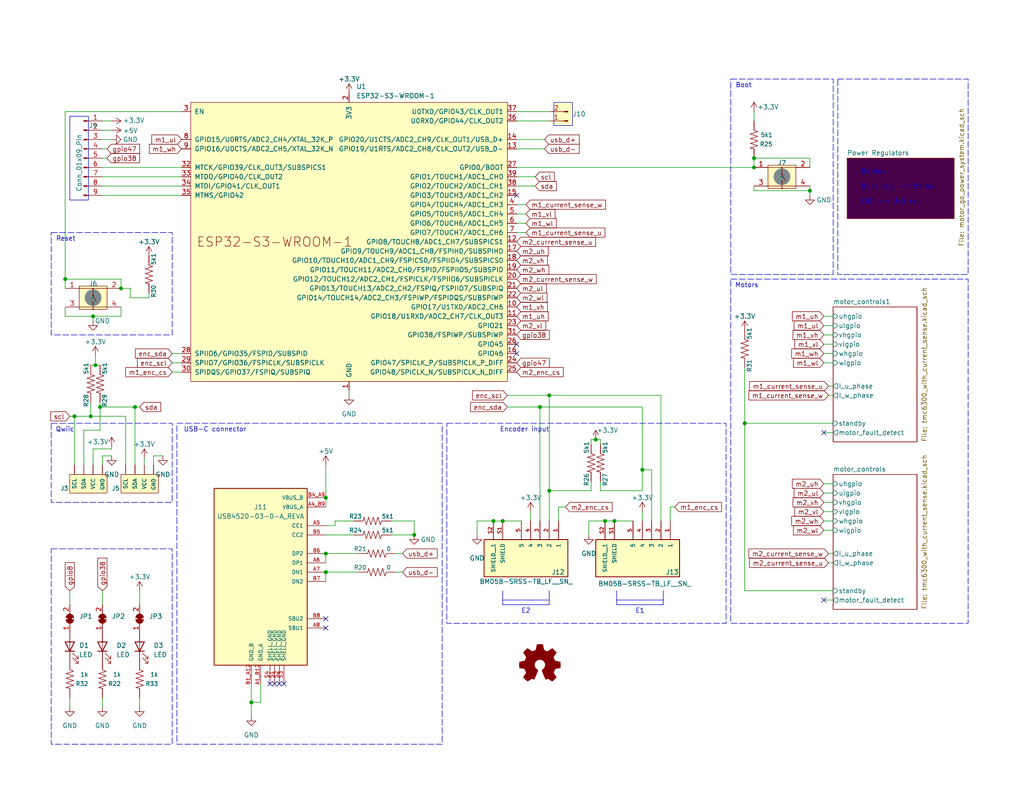
<source format=kicad_sch>
(kicad_sch (version 20230121) (generator eeschema)
  (paper "USLetter")
  (title_block (title "miniMotorGo") (date "2023-05-01") (rev "1.1") (company "12 Robot Project"))
  (lib_symbols
    (symbol "BM05B-SRSS-TB_LF__SN_:BM05B-SRSS-TB_LF__SN_" (pin_names (offset 1.016))
      (property "Reference" "J" (at -5.08 10.922 0))
      (property "Value" "BM05B-SRSS-TB_LF__SN_" (at -5.08 -15.24 0))
      (symbol "BM05B-SRSS-TB_LF__SN__0_0"
        (pin passive line (at -10.16 7.62 0) (length 5.08) (name "1") (number "1"))
        (pin passive line (at -10.16 5.08 0) (length 5.08) (name "2") (number "2"))
        (pin passive line (at -10.16 2.54 0) (length 5.08) (name "3") (number "3"))
        (pin passive line (at -10.16 0 0) (length 5.08) (name "4") (number "4"))
        (pin passive line (at -10.16 -2.54 0) (length 5.08) (name "5") (number "5"))
        (pin passive line (at -10.16 -7.62 0) (length 5.08) (name "SHIELD") (number "S1"))
        (pin passive line (at -10.16 -10.16 0) (length 5.08) (name "SHIELD__1") (number "S2"))
      )
    )
    (symbol "Connector:Conn_01x02_Pin" (pin_names (offset 1.016) hide)
      (property "Reference" "J" (at 0 2.54 0))
      (property "Value" "Conn_01x02_Pin" (at 0 -5.08 0))
      (symbol "Conn_01x02_Pin_1_1"
        (pin passive line (at 5.08 0 180) (length 3.81) (name "Pin_1") (number "1"))
        (pin passive line (at 5.08 -2.54 180) (length 3.81) (name "Pin_2") (number "2"))
      )
    )
    (symbol "Connector:Conn_01x09_Pin" (pin_names (offset 1.016) hide)
      (property "Reference" "J" (at 0 12.7 0))
      (property "Value" "Conn_01x09_Pin" (at 0 -12.7 0))
      (symbol "Conn_01x09_Pin_1_1"
        (pin passive line (at 5.08 10.16 180) (length 3.81) (name "Pin_1") (number "1"))
        (pin passive line (at 5.08 7.62 180) (length 3.81) (name "Pin_2") (number "2"))
        (pin passive line (at 5.08 5.08 180) (length 3.81) (name "Pin_3") (number "3"))
        (pin passive line (at 5.08 2.54 180) (length 3.81) (name "Pin_4") (number "4"))
        (pin passive line (at 5.08 0 180) (length 3.81) (name "Pin_5") (number "5"))
        (pin passive line (at 5.08 -2.54 180) (length 3.81) (name "Pin_6") (number "6"))
        (pin passive line (at 5.08 -5.08 180) (length 3.81) (name "Pin_7") (number "7"))
        (pin passive line (at 5.08 -7.62 180) (length 3.81) (name "Pin_8") (number "8"))
        (pin passive line (at 5.08 -10.16 180) (length 3.81) (name "Pin_9") (number "9"))
      )
    )
    (symbol "Device:LED" (pin_numbers hide) (pin_names (offset 1.016) hide)
      (property "Reference" "D" (at 0 2.54 0))
      (property "Value" "LED" (at 0 -2.54 0))
      (symbol "LED_1_1"
        (pin passive line (at -3.81 0 0) (length 2.54) (name "K") (number "1"))
        (pin passive line (at 3.81 0 180) (length 2.54) (name "A") (number "2"))
      )
    )
    (symbol "Graphic:Logo_Open_Hardware_Small" (in_bom no) (on_board no))
    (symbol "Jumper:SolderJumper_2_Bridged" (pin_names (offset 0) hide)
      (property "Reference" "JP" (at 0 2.032 0))
      (property "Value" "SolderJumper_2_Bridged" (at 0 -2.54 0))
      (symbol "SolderJumper_2_Bridged_1_1"
        (pin passive line (at -3.81 0 0) (length 2.54) (name "A") (number "1"))
        (pin passive line (at 3.81 0 180) (length 2.54) (name "B") (number "2"))
      )
    )
    (symbol "USB4520-03-0-A_REVA:USB4520-03-0-A_REVA" (pin_names (offset 1.016))
      (property "Reference" "J11" (at 0 19.05 0))
      (property "Value" "USB4520-03-0-A_REVA" (at 0 16.51 0))
      (symbol "USB4520-03-0-A_REVA_0_0"
        (pin power_in line (at 0 -29.21 90) (length 5.08) (name "GND_A") (number "A1_B12"))
        (pin power_in line (at 17.78 19.05 180) (length 5.08) (name "VBUS_A") (number "A4_B9"))
        (pin bidirectional line (at 17.78 13.97 180) (length 5.08) (name "CC1") (number "A5"))
        (pin bidirectional line (at 17.78 3.81 180) (length 5.08) (name "DP1") (number "A6"))
        (pin bidirectional line (at 17.78 1.27 180) (length 5.08) (name "DN1") (number "A7"))
        (pin bidirectional line (at 17.78 -13.97 180) (length 5.08) (name "SBU1") (number "A8"))
        (pin power_in line (at -2.54 -29.21 90) (length 5.08) (name "GND_B") (number "B1_A12"))
        (pin power_in line (at 17.78 21.59 180) (length 5.08) (name "VBUS_B") (number "B4_A9"))
        (pin bidirectional line (at 17.78 11.43 180) (length 5.08) (name "CC2") (number "B5"))
        (pin bidirectional line (at 17.78 6.35 180) (length 5.08) (name "DP2") (number "B6"))
        (pin bidirectional line (at 17.78 -1.27 180) (length 5.08) (name "DN2") (number "B7"))
        (pin bidirectional line (at 17.78 -11.43 180) (length 5.08) (name "SBU2") (number "B8"))
        (pin power_in line (at 3.81 -29.21 90) (length 5.08) (name "SHELL_GND") (number "S1"))
        (pin power_in line (at 5.08 -29.21 90) (length 5.08) (name "SHELL_GND") (number "S2"))
        (pin power_in line (at 6.35 -29.21 90) (length 5.08) (name "SHELL_GND") (number "S3"))
        (pin power_in line (at 2.54 -29.21 90) (length 5.08) (name "SHELL_GND") (number "S4"))
      )
    )
    (symbol "espressif_github:ESP32-S3-WROOM-1" (pin_names (offset 1.016))
      (property "Reference" "U" (at -43.18 43.18 0))
      (property "Value" "ESP32-S3-WROOM-1" (at -43.18 40.64 0))
      (symbol "ESP32-S3-WROOM-1_0_0"
        (text "ESP32-S3-WROOM-1" (at -20.32 0 0) (effects (font (size 2.54 2.54))))
        (pin power_in line (at 0 -40.64 90) (length 2.54) (name "GND") (number "1"))
        (pin bidirectional line (at 45.72 -17.78 180) (length 2.54) (name "GPIO17/U1TXD/ADC2_CH6") (number "10"))
        (pin bidirectional line (at 45.72 -20.32 180) (length 2.54) (name "GPIO18/U1RXD/ADC2_CH7/CLK_OUT3") (number "11"))
        (pin bidirectional line (at 45.72 0 180) (length 2.54) (name "GPIO8/TOUCH8/ADC1_CH7/SUBSPICS1") (number "12"))
        (pin bidirectional line (at 45.72 25.4 180) (length 2.54) (name "GPIO19/U1RTS/ADC2_CH8/CLK_OUT2/USB_D-") (number "13"))
        (pin bidirectional line (at 45.72 27.94 180) (length 2.54) (name "GPIO20/U1CTS/ADC2_CH9/CLK_OUT1/USB_D+") (number "14"))
        (pin bidirectional line (at 45.72 12.7 180) (length 2.54) (name "GPIO3/TOUCH3/ADC1_CH2") (number "15"))
        (pin bidirectional line (at 45.72 -30.48 180) (length 2.54) (name "GPIO46") (number "16"))
        (pin bidirectional line (at 45.72 -2.54 180) (length 2.54) (name "GPIO9/TOUCH9/ADC1_CH8/FSPIHD/SUBSPIHD") (number "17"))
        (pin bidirectional line (at 45.72 -5.08 180) (length 2.54) (name "GPIO10/TOUCH10/ADC1_CH9/FSPICS0/FSPIIO4/SUBSPICS0") (number "18"))
        (pin bidirectional line (at 45.72 -7.62 180) (length 2.54) (name "GPIO11/TOUCH11/ADC2_CH0/FSPID/FSPIIO5/SUBSPID") (number "19"))
        (pin power_in line (at 0 40.64 270) (length 2.54) (name "3V3") (number "2"))
        (pin bidirectional line (at 45.72 -10.16 180) (length 2.54) (name "GPIO12/TOUCH12/ADC2_CH1/FSPICLK/FSPIIO6/SUBSPICLK") (number "20"))
        (pin bidirectional line (at 45.72 -12.7 180) (length 2.54) (name "GPIO13/TOUCH13/ADC2_CH2/FSPIQ/FSPIIO7/SUBSPIQ") (number "21"))
        (pin bidirectional line (at 45.72 -15.24 180) (length 2.54) (name "GPIO14/TOUCH14/ADC2_CH3/FSPIWP/FSPIDQS/SUBSPIWP") (number "22"))
        (pin bidirectional line (at 45.72 -22.86 180) (length 2.54) (name "GPIO21") (number "23"))
        (pin bidirectional line (at 45.72 -33.02 180) (length 2.54) (name "GPIO47/SPICLK_P/SUBSPICLK_P_DIFF") (number "24"))
        (pin bidirectional line (at 45.72 -35.56 180) (length 2.54) (name "GPIO48/SPICLK_N/SUBSPICLK_N_DIFF") (number "25"))
        (pin bidirectional line (at 45.72 -27.94 180) (length 2.54) (name "GPIO45") (number "26"))
        (pin bidirectional line (at 45.72 20.32 180) (length 2.54) (name "GPIO0/BOOT") (number "27"))
        (pin bidirectional line (at -45.72 -30.48 0) (length 2.54) (name "SPIIO6/GPIO35/FSPID/SUBSPID") (number "28"))
        (pin bidirectional line (at -45.72 -33.02 0) (length 2.54) (name "SPIIO7/GPIO36/FSPICLK/SUBSPICLK") (number "29"))
        (pin input line (at -45.72 35.56 0) (length 2.54) (name "EN") (number "3"))
        (pin bidirectional line (at -45.72 -35.56 0) (length 2.54) (name "SPIDQS/GPIO37/FSPIQ/SUBSPIQ") (number "30"))
        (pin bidirectional line (at 45.72 -25.4 180) (length 2.54) (name "GPIO38/FSPIWP/SUBSPIWP") (number "31"))
        (pin bidirectional line (at -45.72 20.32 0) (length 2.54) (name "MTCK/GPIO39/CLK_OUT3/SUBSPICS1") (number "32"))
        (pin bidirectional line (at -45.72 17.78 0) (length 2.54) (name "MTDO/GPIO40/CLK_OUT2") (number "33"))
        (pin bidirectional line (at -45.72 15.24 0) (length 2.54) (name "MTDI/GPIO41/CLK_OUT1") (number "34"))
        (pin bidirectional line (at -45.72 12.7 0) (length 2.54) (name "MTMS/GPIO42") (number "35"))
        (pin bidirectional line (at 45.72 33.02 180) (length 2.54) (name "U0RXD/GPIO44/CLK_OUT2") (number "36"))
        (pin bidirectional line (at 45.72 35.56 180) (length 2.54) (name "U0TXD/GPIO43/CLK_OUT1") (number "37"))
        (pin bidirectional line (at 45.72 15.24 180) (length 2.54) (name "GPIO2/TOUCH2/ADC1_CH1") (number "38"))
        (pin bidirectional line (at 45.72 17.78 180) (length 2.54) (name "GPIO1/TOUCH1/ADC1_CH0") (number "39"))
        (pin bidirectional line (at 45.72 10.16 180) (length 2.54) (name "GPIO4/TOUCH4/ADC1_CH3") (number "4"))
        (pin passive line (at 0 -40.64 90) (length 2.54) hide (name "GND") (number "40"))
        (pin passive line (at 0 -40.64 90) (length 2.54) hide (name "GND") (number "41"))
        (pin bidirectional line (at 45.72 7.62 180) (length 2.54) (name "GPIO5/TOUCH5/ADC1_CH4") (number "5"))
        (pin bidirectional line (at 45.72 5.08 180) (length 2.54) (name "GPIO6/TOUCH6/ADC1_CH5") (number "6"))
        (pin bidirectional line (at 45.72 2.54 180) (length 2.54) (name "GPIO7/TOUCH7/ADC1_CH6") (number "7"))
        (pin bidirectional line (at -45.72 27.94 0) (length 2.54) (name "GPIO15/U0RTS/ADC2_CH4/XTAL_32K_P") (number "8"))
        (pin bidirectional line (at -45.72 25.4 0) (length 2.54) (name "GPIO16/U0CTS/ADC2_CH5/XTAL_32K_N") (number "9"))
      )
    )
    (symbol "motorgo_components:PTS526_Tactile_Switch"
      (property "Reference" "J" (at -2.54 4.445 0))
      (symbol "PTS526_Tactile_Switch_1_1"
        (pin input line (at -7.62 2.54 0) (length 3.81) (name "") (number "1"))
        (pin input line (at 7.62 2.54 180) (length 3.81) (name "") (number "2"))
        (pin input line (at -7.62 -2.54 0) (length 3.81) (name "") (number "3"))
        (pin input line (at 7.62 -2.54 180) (length 3.81) (name "") (number "4"))
      )
    )
    (symbol "power:+3.3V" (power) (pin_names (offset 0))
      (property "Value" "+3.3V" (at 0 3.556 0))
      (symbol "+3.3V_1_1"
        (pin power_in line (at 0 0 90) (length 0) hide (name "+3.3V") (number "1"))
      )
    )
    (symbol "power:+5V" (power) (pin_names (offset 0))
      (property "Value" "+5V" (at 0 3.556 0))
      (symbol "+5V_1_1"
        (pin power_in line (at 0 0 90) (length 0) hide (name "+5V") (number "1"))
      )
    )
    (symbol "power:GND" (power) (pin_names (offset 0))
      (property "Value" "GND" (at 0 -3.81 0))
      (symbol "GND_1_1"
        (pin power_in line (at 0 0 270) (length 0) hide (name "GND") (number "1"))
      )
    )
    (symbol "sparkfun_connectors:I2C_STANDARDQWIIC" (pin_numbers hide) (pin_names (offset 1.016))
      (property "Reference" "J" (at -5.08 10.16 0))
      (property "Value" "I2C_STANDARDQWIIC" (at -5.08 -3.81 0))
      (property "Field4" "CONN-13729" (at 0 13.97 0))
      (symbol "I2C_STANDARDQWIIC_1_1"
        (pin power_in line (at 2.54 0 180) (length 2.54) (name "GND") (number "1"))
        (pin power_in line (at 2.54 2.54 180) (length 2.54) (name "VCC") (number "2"))
        (pin passive line (at 2.54 5.08 180) (length 2.54) (name "SDA") (number "3"))
        (pin passive line (at 2.54 7.62 180) (length 2.54) (name "SCL") (number "4"))
      )
    )
    (symbol "sparkfun_resistors:RESISTOR0603" (pin_numbers hide) (pin_names (offset 1.016) hide)
      (property "Reference" "R" (at -5.08 1.27 0))
      (property "Value" "RESISTOR0603" (at -5.08 -3.81 0))
      (property "Field4" " " (at 0 5.08 0))
      (symbol "RESISTOR0603_1_1"
        (pin passive line (at -5.08 0 0) (length 2.54) (name "1") (number "1"))
        (pin passive line (at 5.08 0 180) (length 2.54) (name "2") (number "2"))
      )
    )
  )
  (junction (at 24.765 113.665))
  (junction (at 165.1 142.24))
  (junction (at 17.78 76.2))
  (junction (at 88.9 151.13))
  (junction (at 137.16 142.24))
  (junction (at 149.86 107.95))
  (junction (at 68.58 191.77))
  (junction (at 27.305 111.125))
  (junction (at 203.2 115.57))
  (junction (at 33.02 78.74))
  (junction (at 26.035 99.695))
  (junction (at 175.26 128.27))
  (junction (at 20.32 113.665))
  (junction (at 220.98 52.07))
  (junction (at 149.86 133.985))
  (junction (at 167.64 142.24))
  (junction (at 205.74 45.72))
  (junction (at 162.56 120.015))
  (junction (at 205.74 43.18))
  (junction (at 113.03 146.05))
  (junction (at 25.4 86.36))
  (junction (at 147.32 111.125))
  (junction (at 36.83 111.125))
  (junction (at 88.9 135.89))
  (junction (at 88.9 156.21))
  (junction (at 134.62 142.24))
  (no_connect (at 88.9 171.45))
  (no_connect (at 140.97 96.52))
  (no_connect (at 224.79 118.11))
  (no_connect (at 73.66 186.69))
  (no_connect (at 88.9 168.91))
  (no_connect (at 140.97 93.98))
  (no_connect (at 224.79 163.83))
  (no_connect (at 77.47 186.69))
  (no_connect (at 76.2 186.69))
  (no_connect (at 74.93 186.69))
  (no_connect (at 140.97 53.34))
  (wire (pts (xy 38.1 111.125) (xy 36.83 111.125)))
  (wire (pts (xy 46.99 96.52) (xy 49.53 96.52)))
  (wire (pts (xy 137.16 142.24) (xy 142.24 142.24)))
  (wire (pts (xy 27.94 43.18) (xy 29.21 43.18)))
  (wire (pts (xy 35.56 81.28) (xy 40.64 81.28)))
  (wire (pts (xy 26.035 97.155) (xy 26.035 99.695)))
  (polyline (pts (xy 137.16 163.83) (xy 149.86 163.83)))
  (wire (pts (xy 107.95 151.13) (xy 109.855 151.13)))
  (wire (pts (xy 68.58 186.69) (xy 68.58 191.77)))
  (wire (pts (xy 20.32 113.665) (xy 20.32 127)))
  (wire (pts (xy 27.94 48.26) (xy 49.53 48.26)))
  (wire (pts (xy 88.9 156.21) (xy 88.9 158.75)))
  (wire (pts (xy 88.9 135.89) (xy 88.9 138.43)))
  (wire (pts (xy 146.05 48.26) (xy 140.97 48.26)))
  (wire (pts (xy 162.56 120.015) (xy 163.83 120.015)))
  (wire (pts (xy 226.06 153.67) (xy 227.33 153.67)))
  (wire (pts (xy 220.98 43.18) (xy 205.74 43.18)))
  (wire (pts (xy 143.51 58.42) (xy 140.97 58.42)))
  (wire (pts (xy 154.305 138.43) (xy 152.4 138.43)))
  (wire (pts (xy 113.03 142.24) (xy 113.03 146.05)))
  (wire (pts (xy 95.25 107.95) (xy 95.25 106.68)))
  (wire (pts (xy 143.51 60.96) (xy 140.97 60.96)))
  (wire (pts (xy 224.79 134.62) (xy 227.33 134.62)))
  (wire (pts (xy 88.9 143.51) (xy 91.44 143.51)))
  (wire (pts (xy 91.44 142.24) (xy 96.52 142.24)))
  (wire (pts (xy 220.98 52.07) (xy 220.98 53.34)))
  (wire (pts (xy 226.06 151.13) (xy 227.33 151.13)))
  (wire (pts (xy 27.94 53.34) (xy 49.53 53.34)))
  (wire (pts (xy 27.305 111.125) (xy 36.83 111.125)))
  (wire (pts (xy 27.94 190.5) (xy 27.94 193.04)))
  (wire (pts (xy 224.79 163.83) (xy 227.33 163.83)))
  (wire (pts (xy 175.26 139.7) (xy 175.26 142.24)))
  (wire (pts (xy 149.86 142.24) (xy 149.86 133.985)))
  (wire (pts (xy 27.94 124.46) (xy 27.94 127)))
  (wire (pts (xy 140.97 40.64) (xy 148.59 40.64)))
  (wire (pts (xy 140.97 50.8) (xy 146.05 50.8)))
  (wire (pts (xy 203.2 115.57) (xy 203.2 161.29)))
  (wire (pts (xy 163.83 131.445) (xy 163.83 133.985)))
  (wire (pts (xy 88.9 151.13) (xy 97.79 151.13)))
  (wire (pts (xy 226.06 105.41) (xy 227.33 105.41)))
  (wire (pts (xy 130.175 142.24) (xy 130.175 146.05)))
  (wire (pts (xy 107.95 156.21) (xy 109.855 156.21)))
  (wire (pts (xy 24.765 99.695) (xy 26.035 99.695)))
  (wire (pts (xy 180.34 107.95) (xy 180.34 142.24)))
  (wire (pts (xy 224.79 86.36) (xy 227.33 86.36)))
  (wire (pts (xy 140.97 45.72) (xy 205.74 45.72)))
  (wire (pts (xy 33.02 83.82) (xy 33.02 86.36)))
  (wire (pts (xy 88.9 127) (xy 88.9 135.89)))
  (wire (pts (xy 177.8 128.27) (xy 175.26 128.27)))
  (wire (pts (xy 41.91 127) (xy 41.91 124.46)))
  (wire (pts (xy 138.43 111.125) (xy 147.32 111.125)))
  (wire (pts (xy 224.79 139.7) (xy 227.33 139.7)))
  (wire (pts (xy 161.29 120.015) (xy 161.29 121.285)))
  (wire (pts (xy 220.98 45.72) (xy 220.98 43.18)))
  (wire (pts (xy 27.94 40.64) (xy 29.21 40.64)))
  (wire (pts (xy 27.94 38.1) (xy 30.48 38.1)))
  (wire (pts (xy 140.97 38.1) (xy 148.59 38.1)))
  (wire (pts (xy 22.86 117.475) (xy 27.305 117.475)))
  (wire (pts (xy 224.79 137.16) (xy 227.33 137.16)))
  (wire (pts (xy 143.51 55.88) (xy 140.97 55.88)))
  (wire (pts (xy 220.98 50.8) (xy 220.98 52.07)))
  (polyline (pts (xy 180.975 161.29) (xy 180.975 165.1)))
  (wire (pts (xy 177.8 128.27) (xy 177.8 142.24)))
  (wire (pts (xy 130.175 142.24) (xy 134.62 142.24)))
  (wire (pts (xy 134.62 142.24) (xy 137.16 142.24)))
  (wire (pts (xy 226.06 107.95) (xy 227.33 107.95)))
  (wire (pts (xy 27.94 161.29) (xy 27.94 165.1)))
  (wire (pts (xy 24.765 109.855) (xy 24.765 113.665)))
  (wire (pts (xy 167.64 142.24) (xy 165.1 142.24)))
  (wire (pts (xy 19.05 190.5) (xy 19.05 193.04)))
  (wire (pts (xy 182.88 138.43) (xy 182.88 142.24)))
  (wire (pts (xy 160.655 142.24) (xy 160.655 146.05)))
  (wire (pts (xy 38.1 161.29) (xy 38.1 165.1)))
  (wire (pts (xy 33.02 78.74) (xy 33.02 76.2)))
  (wire (pts (xy 224.79 91.44) (xy 227.33 91.44)))
  (polyline (pts (xy 168.275 163.83) (xy 180.975 163.83)))
  (wire (pts (xy 161.29 131.445) (xy 161.29 133.985)))
  (wire (pts (xy 17.78 30.48) (xy 17.78 76.2)))
  (wire (pts (xy 140.97 33.02) (xy 149.86 33.02)))
  (wire (pts (xy 39.37 125.095) (xy 39.37 127)))
  (wire (pts (xy 163.83 120.015) (xy 163.83 121.285)))
  (wire (pts (xy 203.2 161.29) (xy 227.33 161.29)))
  (wire (pts (xy 68.58 191.77) (xy 71.12 191.77)))
  (wire (pts (xy 224.79 96.52) (xy 227.33 96.52)))
  (wire (pts (xy 224.79 99.06) (xy 227.33 99.06)))
  (wire (pts (xy 147.32 111.125) (xy 147.32 142.24)))
  (wire (pts (xy 88.9 151.13) (xy 88.9 153.67)))
  (wire (pts (xy 224.79 88.9) (xy 227.33 88.9)))
  (wire (pts (xy 27.94 50.8) (xy 49.53 50.8)))
  (wire (pts (xy 30.48 122.555) (xy 25.4 122.555)))
  (wire (pts (xy 138.43 107.95) (xy 149.86 107.95)))
  (wire (pts (xy 144.78 139.7) (xy 144.78 142.24)))
  (wire (pts (xy 30.48 121.92) (xy 30.48 122.555)))
  (wire (pts (xy 36.83 111.125) (xy 36.83 127)))
  (wire (pts (xy 113.03 146.05) (xy 106.68 146.05)))
  (wire (pts (xy 26.035 99.695) (xy 27.305 99.695)))
  (wire (pts (xy 27.94 33.02) (xy 30.48 33.02)))
  (polyline (pts (xy 149.86 161.29) (xy 149.86 165.1)))
  (wire (pts (xy 161.29 120.015) (xy 162.56 120.015)))
  (wire (pts (xy 143.51 63.5) (xy 140.97 63.5)))
  (wire (pts (xy 172.72 142.24) (xy 167.64 142.24)))
  (wire (pts (xy 149.86 133.985) (xy 161.29 133.985)))
  (wire (pts (xy 106.68 142.24) (xy 113.03 142.24)))
  (wire (pts (xy 68.58 191.77) (xy 68.58 195.58)))
  (wire (pts (xy 25.4 122.555) (xy 25.4 127)))
  (wire (pts (xy 163.83 133.985) (xy 175.26 133.985)))
  (wire (pts (xy 41.91 124.46) (xy 44.45 124.46)))
  (wire (pts (xy 27.305 109.855) (xy 27.305 111.125)))
  (wire (pts (xy 152.4 138.43) (xy 152.4 142.24)))
  (wire (pts (xy 205.74 45.72) (xy 205.74 43.18)))
  (wire (pts (xy 17.78 83.82) (xy 17.78 86.36)))
  (wire (pts (xy 19.05 161.29) (xy 19.05 165.1)))
  (wire (pts (xy 184.15 138.43) (xy 182.88 138.43)))
  (wire (pts (xy 17.78 76.2) (xy 33.02 76.2)))
  (wire (pts (xy 27.94 45.72) (xy 49.53 45.72)))
  (wire (pts (xy 35.56 81.28) (xy 35.56 78.74)))
  (wire (pts (xy 25.4 86.36) (xy 33.02 86.36)))
  (wire (pts (xy 140.97 30.48) (xy 149.86 30.48)))
  (wire (pts (xy 24.765 113.665) (xy 20.32 113.665)))
  (wire (pts (xy 40.64 80.01) (xy 40.64 81.28)))
  (wire (pts (xy 165.1 142.24) (xy 160.655 142.24)))
  (wire (pts (xy 27.305 117.475) (xy 27.305 111.125)))
  (wire (pts (xy 203.2 100.33) (xy 203.2 115.57)))
  (wire (pts (xy 30.48 124.46) (xy 27.94 124.46)))
  (wire (pts (xy 24.765 113.665) (xy 34.29 113.665)))
  (wire (pts (xy 203.2 115.57) (xy 227.33 115.57)))
  (wire (pts (xy 22.86 127) (xy 22.86 117.475)))
  (wire (pts (xy 20.32 113.665) (xy 19.05 113.665)))
  (polyline (pts (xy 168.275 165.1) (xy 180.975 165.1)))
  (wire (pts (xy 46.99 101.6) (xy 49.53 101.6)))
  (wire (pts (xy 175.26 133.985) (xy 175.26 128.27)))
  (wire (pts (xy 175.26 111.125) (xy 175.26 128.27)))
  (wire (pts (xy 25.4 86.36) (xy 25.4 87.63)))
  (wire (pts (xy 88.9 146.05) (xy 96.52 146.05)))
  (wire (pts (xy 224.79 132.08) (xy 227.33 132.08)))
  (wire (pts (xy 34.29 113.665) (xy 34.29 127)))
  (polyline (pts (xy 137.16 165.1) (xy 149.86 165.1)))
  (wire (pts (xy 205.74 52.07) (xy 220.98 52.07)))
  (wire (pts (xy 224.79 142.24) (xy 227.33 142.24)))
  (wire (pts (xy 91.44 143.51) (xy 91.44 142.24)))
  (wire (pts (xy 224.79 118.11) (xy 227.33 118.11)))
  (wire (pts (xy 46.99 99.06) (xy 49.53 99.06)))
  (wire (pts (xy 88.9 156.21) (xy 97.79 156.21)))
  (wire (pts (xy 38.1 190.5) (xy 38.1 193.04)))
  (wire (pts (xy 149.86 107.95) (xy 149.86 133.985)))
  (polyline (pts (xy 137.16 161.29) (xy 137.16 165.1)))
  (wire (pts (xy 49.53 30.48) (xy 17.78 30.48)))
  (wire (pts (xy 35.56 78.74) (xy 33.02 78.74)))
  (wire (pts (xy 205.74 30.48) (xy 205.74 33.02)))
  (polyline (pts (xy 168.275 161.29) (xy 168.275 165.1)))
  (wire (pts (xy 224.79 144.78) (xy 227.33 144.78)))
  (wire (pts (xy 149.86 107.95) (xy 180.34 107.95)))
  (wire (pts (xy 205.74 50.8) (xy 205.74 52.07)))
  (wire (pts (xy 17.78 76.2) (xy 17.78 78.74)))
  (wire (pts (xy 17.78 86.36) (xy 25.4 86.36)))
  (wire (pts (xy 71.12 186.69) (xy 71.12 191.77)))
  (wire (pts (xy 224.79 93.98) (xy 227.33 93.98)))
  (wire (pts (xy 147.32 111.125) (xy 175.26 111.125)))
  (wire (pts (xy 27.94 35.56) (xy 30.48 35.56)))
  (rectangle (start 19.05 31.75) (end 24.13 54.61))
  (rectangle (start 13.97 63.5) (end 46.99 91.44) (stroke (width 0) (type dash)))
  (rectangle (start 13.97 149.86) (end 46.99 203.2) (stroke (width 0) (type dash)))
  (rectangle (start 151.13 27.94) (end 156.21 34.29) (fill (type color) (color 255 255 194 1)))
  (rectangle (start 199.39 76.2) (end 264.16 170.18) (stroke (width 0) (type dash)))
  (rectangle (start 48.26 115.57) (end 120.65 203.2) (stroke (width 0) (type dash)))
  (rectangle (start 13.97 115.57) (end 46.99 137.16) (stroke (width 0) (type dash)))
  (rectangle (start 121.92 115.57) (end 198.12 170.18) (stroke (width 0) (type dash)))
  (rectangle (start 228.6 21.59) (end 264.16 74.93) (stroke (width 0) (type dash)))
  (rectangle (start 199.39 21.59) (end 227.33 74.93) (stroke (width 0) (type dash)))
  (text "USB-C connector\n" (at 67.31 118.11 0) (effects (font (size 1.27 1.27)) (justify right bottom)))
  (text "Motors" (at 207.01 78.74 0) (effects (font (size 1.27 1.27)) (justify right bottom)))
  (text "Boot" (at 200.66 24.13 0) (effects (font (size 1.27 1.27)) (justify left bottom)))
  (text "E2" (at 144.78 167.64 0) (effects (font (size 1.27 1.27)) (justify right bottom)))
  (text "Qwiic" (at 20.32 118.11 0) (effects (font (size 1.27 1.27)) (justify right bottom)))
  (text "Encoder input" (at 149.86 118.11 0) (effects (font (size 1.27 1.27)) (justify right bottom)))
  (text "E1" (at 175.895 167.64 0) (effects (font (size 1.27 1.27)) (justify right bottom)))
  (text "Reset" (at 15.24 66.04 0) (effects (font (size 1.27 1.27)) (justify left bottom)))
  (text "Battery\n\nBuck reg. -> 5v rail\n\nLDO -> 3v3 rail" (at 234.95 55.88 0) (effects (font (size 1.27 1.27)) (justify left bottom)))
  (global_label "m1_vh" (shape input) (at 140.97 83.82 0) (property "Intersheetrefs" "${INTERSHEET_REFS}" (effects hide)))
  (global_label "m2_enc_cs" (shape input) (at 140.97 101.6 0) (property "Intersheetrefs" "${INTERSHEET_REFS}" (effects hide)))
  (global_label "m2_vh" (shape input) (at 140.97 71.12 0) (property "Intersheetrefs" "${INTERSHEET_REFS}" (effects hide)))
  (global_label "enc_sda" (shape input) (at 46.99 96.52 180) (property "Intersheetrefs" "${INTERSHEET_REFS}" (effects hide)))
  (global_label "m2_wl" (shape input) (at 140.97 81.28 0) (property "Intersheetrefs" "${INTERSHEET_REFS}" (effects hide)))
  (global_label "m1_uh" (shape input) (at 224.79 86.36 180) (property "Intersheetrefs" "${INTERSHEET_REFS}" (effects hide)))
  (global_label "gpio38" (shape input) (at 140.97 91.44 0) (property "Intersheetrefs" "${INTERSHEET_REFS}" (effects hide)))
  (global_label "usb_d+" (shape input) (at 148.59 38.1 0) (property "Intersheetrefs" "${INTERSHEET_REFS}" (effects hide)))
  (global_label "m2_wl" (shape input) (at 224.79 144.78 180) (property "Intersheetrefs" "${INTERSHEET_REFS}" (effects hide)))
  (global_label "m2_current_sense_w" (shape input) (at 140.97 76.2 0) (property "Intersheetrefs" "${INTERSHEET_REFS}" (effects hide)))
  (global_label "m2_enc_cs" (shape input) (at 154.305 138.43 0) (property "Intersheetrefs" "${INTERSHEET_REFS}" (effects hide)))
  (global_label "gpio47" (shape input) (at 29.21 40.64 0) (property "Intersheetrefs" "${INTERSHEET_REFS}" (effects hide)))
  (global_label "m2_wh" (shape input) (at 224.79 142.24 180) (property "Intersheetrefs" "${INTERSHEET_REFS}" (effects hide)))
  (global_label "m2_ul" (shape input) (at 224.79 134.62 180) (property "Intersheetrefs" "${INTERSHEET_REFS}" (effects hide)))
  (global_label "m2_uh" (shape input) (at 224.79 132.08 180) (property "Intersheetrefs" "${INTERSHEET_REFS}" (effects hide)))
  (global_label "m1_ul" (shape input) (at 49.53 38.1 180) (property "Intersheetrefs" "${INTERSHEET_REFS}" (effects hide)))
  (global_label "m1_uh" (shape input) (at 140.97 86.36 0) (property "Intersheetrefs" "${INTERSHEET_REFS}" (effects hide)))
  (global_label "usb_d-" (shape input) (at 148.59 40.64 0) (property "Intersheetrefs" "${INTERSHEET_REFS}" (effects hide)))
  (global_label "m1_wl" (shape input) (at 143.51 60.96 0) (property "Intersheetrefs" "${INTERSHEET_REFS}" (effects hide)))
  (global_label "m1_current_sense_u" (shape input) (at 143.51 63.5 0) (property "Intersheetrefs" "${INTERSHEET_REFS}" (effects hide)))
  (global_label "m1_wh" (shape input) (at 49.53 40.64 180) (property "Intersheetrefs" "${INTERSHEET_REFS}" (effects hide)))
  (global_label "usb_d+" (shape input) (at 109.855 151.13 0) (property "Intersheetrefs" "${INTERSHEET_REFS}" (effects hide)))
  (global_label "gpio8" (shape input) (at 19.05 161.29 90) (property "Intersheetrefs" "${INTERSHEET_REFS}" (effects hide)))
  (global_label "enc_scl" (shape input) (at 46.99 99.06 180) (property "Intersheetrefs" "${INTERSHEET_REFS}" (effects hide)))
  (global_label "m1_wl" (shape input) (at 224.79 99.06 180) (property "Intersheetrefs" "${INTERSHEET_REFS}" (effects hide)))
  (global_label "m2_current_sense_w" (shape input) (at 226.06 151.13 180) (property "Intersheetrefs" "${INTERSHEET_REFS}" (effects hide)))
  (global_label "m2_current_sense_u" (shape input) (at 226.06 153.67 180) (property "Intersheetrefs" "${INTERSHEET_REFS}" (effects hide)))
  (global_label "enc_scl" (shape input) (at 138.43 107.95 180) (property "Intersheetrefs" "${INTERSHEET_REFS}" (effects hide)))
  (global_label "sda" (shape input) (at 38.1 111.125 0) (property "Intersheetrefs" "${INTERSHEET_REFS}" (effects hide)))
  (global_label "m1_vl" (shape input) (at 224.79 93.98 180) (property "Intersheetrefs" "${INTERSHEET_REFS}" (effects hide)))
  (global_label "m2_current_sense_u" (shape input) (at 140.97 66.04 0) (property "Intersheetrefs" "${INTERSHEET_REFS}" (effects hide)))
  (global_label "m1_current_sense_w" (shape input) (at 143.51 55.88 0) (property "Intersheetrefs" "${INTERSHEET_REFS}" (effects hide)))
  (global_label "m2_uh" (shape input) (at 140.97 68.58 0) (property "Intersheetrefs" "${INTERSHEET_REFS}" (effects hide)))
  (global_label "usb_d-" (shape input) (at 109.855 156.21 0) (property "Intersheetrefs" "${INTERSHEET_REFS}" (effects hide)))
  (global_label "m1_vh" (shape input) (at 224.79 91.44 180) (property "Intersheetrefs" "${INTERSHEET_REFS}" (effects hide)))
  (global_label "gpio38" (shape input) (at 27.94 161.29 90) (property "Intersheetrefs" "${INTERSHEET_REFS}" (effects hide)))
  (global_label "m2_wh" (shape input) (at 140.97 73.66 0) (property "Intersheetrefs" "${INTERSHEET_REFS}" (effects hide)))
  (global_label "sda" (shape input) (at 146.05 50.8 0) (property "Intersheetrefs" "${INTERSHEET_REFS}" (effects hide)))
  (global_label "m2_vl" (shape input) (at 140.97 88.9 0) (property "Intersheetrefs" "${INTERSHEET_REFS}" (effects hide)))
  (global_label "scl" (shape input) (at 146.05 48.26 0) (property "Intersheetrefs" "${INTERSHEET_REFS}" (effects hide)))
  (global_label "m1_current_sense_w" (shape input) (at 226.06 107.95 180) (property "Intersheetrefs" "${INTERSHEET_REFS}" (effects hide)))
  (global_label "m1_current_sense_u" (shape input) (at 226.06 105.41 180) (property "Intersheetrefs" "${INTERSHEET_REFS}" (effects hide)))
  (global_label "m1_enc_cs" (shape input) (at 184.15 138.43 0) (property "Intersheetrefs" "${INTERSHEET_REFS}" (effects hide)))
  (global_label "m1_enc_cs" (shape input) (at 46.99 101.6 180) (property "Intersheetrefs" "${INTERSHEET_REFS}" (effects hide)))
  (global_label "m1_wh" (shape input) (at 224.79 96.52 180) (property "Intersheetrefs" "${INTERSHEET_REFS}" (effects hide)))
  (global_label "gpio47" (shape input) (at 140.97 99.06 0) (property "Intersheetrefs" "${INTERSHEET_REFS}" (effects hide)))
  (global_label "scl" (shape input) (at 19.05 113.665 180) (property "Intersheetrefs" "${INTERSHEET_REFS}" (effects hide)))
  (global_label "m2_vh" (shape input) (at 224.79 137.16 180) (property "Intersheetrefs" "${INTERSHEET_REFS}" (effects hide)))
  (global_label "m2_vl" (shape input) (at 224.79 139.7 180) (property "Intersheetrefs" "${INTERSHEET_REFS}" (effects hide)))
  (global_label "m1_vl" (shape input) (at 143.51 58.42 0) (property "Intersheetrefs" "${INTERSHEET_REFS}" (effects hide)))
  (global_label "gpio38" (shape input) (at 29.21 43.18 0) (property "Intersheetrefs" "${INTERSHEET_REFS}" (effects hide)))
  (global_label "enc_sda" (shape input) (at 138.43 111.125 180) (property "Intersheetrefs" "${INTERSHEET_REFS}" (effects hide)))
  (global_label "m1_ul" (shape input) (at 224.79 88.9 180) (property "Intersheetrefs" "${INTERSHEET_REFS}" (effects hide)))
  (global_label "m2_ul" (shape input) (at 140.97 78.74 0) (property "Intersheetrefs" "${INTERSHEET_REFS}" (effects hide)))
  (symbol (lib_id "sparkfun_resistors:RESISTOR0603") (at 101.6 146.05 180) (unit 1)
    (property "Reference" "R24" (at 95.25 144.78 0) (effects (font (size 1.143 1.143)) (justify right)))
    (property "Value" "5k1" (at 104.14 144.78 0) (effects (font (size 1.143 1.143)) (justify right)))
    (property "Footprint" "Resistor_SMD:R_0402_1005Metric_Pad0.72x0.64mm_HandSolder" (effects hide))
    (property "Field4" " " (at 104.775 143.51 90) (effects (font (size 1.524 1.524)) (justify right)))
  )
  (symbol (lib_id "power:GND") (at 30.48 38.1 90) (unit 1)
    (property "Reference" "#PWR053" (effects hide))
    (property "Value" "GND" (at 35.56 38.1 90))
  )
  (symbol (lib_id "power:+3.3V") (at 95.25 25.4 0) (unit 1)
    (property "Reference" "#PWR024" (effects hide))
    (property "Value" "+3.3V" (at 95.25 21.59 0))
  )
  (symbol (lib_id "sparkfun_resistors:RESISTOR0603") (at 203.2 95.25 270) (unit 1)
    (property "Reference" "R31" (at 204.47 101.6 0) (effects (font (size 1.143 1.143)) (justify right)))
    (property "Value" "5k1" (at 204.47 92.71 0) (effects (font (size 1.143 1.143)) (justify right)))
    (property "Footprint" "Resistor_SMD:R_0402_1005Metric_Pad0.72x0.64mm_HandSolder" (effects hide))
    (property "Field4" " " (at 200.66 92.075 90) (effects (font (size 1.524 1.524)) (justify right)))
  )
  (symbol (lib_id "power:+3.3V") (at 205.74 30.48 0) (unit 1)
    (property "Reference" "#PWR043" (effects hide))
    (property "Value" "+3.3V" (at 209.55 29.21 0))
  )
  (symbol (lib_id "power:+3.3V") (at 40.64 69.85 0) (unit 1)
    (property "Reference" "#PWR046" (effects hide))
    (property "Value" "+3.3V" (at 40.64 66.04 0))
  )
  (symbol (lib_id "sparkfun_resistors:RESISTOR0603") (at 205.74 38.1 270) (unit 1)
    (property "Reference" "R25" (at 210.82 39.37 90) (effects (font (size 1.143 1.143)) (justify right)))
    (property "Value" "5k1" (at 210.82 36.83 90) (effects (font (size 1.143 1.143)) (justify right)))
    (property "Footprint" "Resistor_SMD:R_0402_1005Metric_Pad0.72x0.64mm_HandSolder" (effects hide))
    (property "Field4" " " (at 203.2 34.925 90) (effects (font (size 1.524 1.524)) (justify right)))
  )
  (symbol (lib_id "sparkfun_resistors:RESISTOR0603") (at 40.64 74.93 270) (unit 1)
    (property "Reference" "R30" (at 41.91 81.28 0) (effects (font (size 1.143 1.143)) (justify right)))
    (property "Value" "5k1" (at 41.91 72.39 0) (effects (font (size 1.143 1.143)) (justify right)))
    (property "Footprint" "Resistor_SMD:R_0402_1005Metric_Pad0.72x0.64mm_HandSolder" (effects hide))
    (property "Field4" " " (at 38.1 71.755 90) (effects (font (size 1.524 1.524)) (justify right)))
  )
  (symbol (lib_id "USB4520-03-0-A_REVA:USB4520-03-0-A_REVA") (at 71.12 157.48 0) (unit 1)
    (property "Reference" "J11" (at 71.12 138.43 0))
    (property "Value" "USB4520-03-0-A_REVA" (at 71.12 140.97 0))
    (property "Footprint" "aaa_motorgo_components:GCT_USB4520-03-0-A_REVA" (effects hide))
    (property "MAXIMUM_PACKAGE_HEIGHT" "2.46mm" (effects hide))
  )
  (symbol (lib_id "power:+3.3V") (at 162.56 120.015 0) (unit 1)
    (property "Reference" "#PWR044" (effects hide))
    (property "Value" "+3.3V" (at 165.735 117.475 0))
  )
  (symbol (lib_id "power:+3.3V") (at 26.035 97.155 0) (unit 1)
    (property "Reference" "#PWR045" (effects hide))
    (property "Value" "+3.3V" (at 26.035 93.345 0))
  )
  (symbol (lib_id "power:GND") (at 44.45 124.46 0) (unit 1)
    (property "Reference" "#PWR023" (effects hide))
    (property "Value" "GND" (at 44.45 129.54 0))
  )
  (symbol (lib_id "power:+3.3V") (at 38.1 161.29 0) (unit 1)
    (property "Reference" "#PWR051" (effects hide))
    (property "Value" "+3.3V" (at 38.1 157.48 0))
  )
  (symbol (lib_id "power:GND") (at 25.4 87.63 0) (unit 1)
    (property "Reference" "#PWR030" (effects hide))
    (property "Value" "GND" (at 27.94 87.63 0))
  )
  (symbol (lib_id "sparkfun_resistors:RESISTOR0603") (at 19.05 185.42 270) (unit 1)
    (property "Reference" "R32" (at 24.13 186.69 90) (effects (font (size 1.143 1.143)) (justify right)))
    (property "Value" "1k" (at 24.13 184.15 90) (effects (font (size 1.143 1.143)) (justify right)))
    (property "Footprint" "Resistor_SMD:R_0402_1005Metric_Pad0.72x0.64mm_HandSolder" (effects hide))
    (property "Field4" " " (at 16.51 182.245 90) (effects (font (size 1.524 1.524)) (justify right)))
  )
  (symbol (lib_id "power:GND") (at 30.48 124.46 0) (unit 1)
    (property "Reference" "#PWR040" (effects hide))
    (property "Value" "GND" (at 30.48 129.54 0))
  )
  (symbol (lib_id "espressif_github:ESP32-S3-WROOM-1") (at 95.25 66.04 0) (unit 1)
    (property "Reference" "U1" (at 97.2059 23.622 0) (effects (justify left)))
    (property "Value" "ESP32-S3-WROOM-1" (at 97.2059 26.162 0) (effects (justify left)))
    (property "Footprint" "aaa_espressif_github:ESP32-S3-WROOM-1" (effects hide))
    (property "Datasheet" "https://www.espressif.com/sites/default/files/documentation/esp32-s3-wroom-1_wroom-1u_datasheet_en.pdf" (effects hide))
  )
  (symbol (lib_id "BM05B-SRSS-TB_LF__SN_:BM05B-SRSS-TB_LF__SN_") (at 144.78 152.4 270) (unit 1)
    (property "Reference" "J12" (at 150.495 156.21 90) (effects (justify left)))
    (property "Value" "BM05B-SRSS-TB_LF__SN_" (at 130.81 158.75 90) (effects (justify left)))
    (property "Footprint" "SnapEDA Library:JST_BM05B-SRSS-TB_LF__SN_" (effects hide))
    (property "PARTREV" "N/A" (effects hide))
    (property "SNAPEDA_PN" "BM05B-SRSS-TB(LF)(SN)" (effects hide))
    (property "STANDARD" "Manufacturer Recommendations" (effects hide))
    (property "MAXIMUM_PACKAGE_HEIGHT" "6.3 mm" (effects hide))
  )
  (symbol (lib_id "sparkfun_connectors:I2C_STANDARDQWIIC") (at 27.94 129.54 90) (unit 1)
    (property "Reference" "J3" (at 16.51 133.35 90) (effects (font (size 1.143 1.143)) (justify right)))
    (property "Value" "I2C_STANDARDQWIIC" (effects hide))
    (property "Footprint" "aa_sparkfun_connectors:1X04_1MM_RA" (effects hide))
    (property "Field4" "CONN-13729" (effects hide))
  )
  (symbol (lib_id "sparkfun_connectors:I2C_STANDARDQWIIC") (at 41.91 129.54 90) (unit 1)
    (property "Reference" "J5" (at 30.48 133.35 90) (effects (font (size 1.143 1.143)) (justify right)))
    (property "Value" "I2C_STANDARDQWIIC" (effects hide))
    (property "Footprint" "aa_sparkfun_connectors:1X04_1MM_RA" (effects hide))
    (property "Field4" "CONN-13729" (effects hide))
  )
  (symbol (lib_id "power:+3.3V") (at 175.26 139.7 0) (unit 1)
    (property "Reference" "#PWR018" (effects hide))
    (property "Value" "+3.3V" (at 175.26 135.89 0))
  )
  (symbol (lib_id "Graphic:Logo_Open_Hardware_Small") (at 147.32 181.61 0) (unit 1) (in_bom no) (on_board no)
    (property "Reference" "#SYM1" (effects hide))
    (property "Value" "Logo_Open_Hardware_Small" (effects hide))
    (property "Footprint" "Symbol:OSHW-Logo2_7.3x6mm_SilkScreen" (effects hide))
    (property "Sim.Enable" "0" (effects hide))
  )
  (symbol (lib_id "power:+3.3V") (at 30.48 121.92 0) (unit 1)
    (property "Reference" "#PWR055" (effects hide))
    (property "Value" "+3.3V" (at 26.67 120.65 0))
  )
  (symbol (lib_id "sparkfun_resistors:RESISTOR0603") (at 27.305 104.775 270) (unit 1)
    (property "Reference" "R29" (at 28.575 111.125 0) (effects (font (size 1.143 1.143)) (justify right)))
    (property "Value" "5k1" (at 28.575 102.235 0) (effects (font (size 1.143 1.143)) (justify right)))
    (property "Footprint" "Resistor_SMD:R_0402_1005Metric_Pad0.72x0.64mm_HandSolder" (effects hide))
    (property "Field4" " " (at 24.765 101.6 90) (effects (font (size 1.524 1.524)) (justify right)))
  )
  (symbol (lib_id "power:+3.3V") (at 203.2 90.17 0) (unit 1)
    (property "Reference" "#PWR047" (effects hide))
    (property "Value" "+3.3V" (at 203.2 86.36 0))
  )
  (symbol (lib_id "sparkfun_resistors:RESISTOR0603") (at 38.1 185.42 270) (unit 1)
    (property "Reference" "R33" (at 43.18 186.69 90) (effects (font (size 1.143 1.143)) (justify right)))
    (property "Value" "1k" (at 43.18 184.15 90) (effects (font (size 1.143 1.143)) (justify right)))
    (property "Footprint" "Resistor_SMD:R_0402_1005Metric_Pad0.72x0.64mm_HandSolder" (effects hide))
    (property "Field4" " " (at 35.56 182.245 90) (effects (font (size 1.524 1.524)) (justify right)))
  )
  (symbol (lib_id "power:GND") (at 113.03 146.05 0) (unit 1)
    (property "Reference" "#PWR041" (effects hide))
    (property "Value" "GND" (at 116.84 147.32 0))
  )
  (symbol (lib_id "power:+3.3V") (at 144.78 139.7 0) (unit 1)
    (property "Reference" "#PWR017" (effects hide))
    (property "Value" "+3.3V" (at 144.78 135.89 0))
  )
  (symbol (lib_id "power:GND") (at 27.94 193.04 0) (unit 1)
    (property "Reference" "#PWR048" (effects hide))
    (property "Value" "GND" (at 27.94 198.12 0))
  )
  (symbol (lib_id "power:GND") (at 19.05 193.04 0) (unit 1)
    (property "Reference" "#PWR049" (effects hide))
    (property "Value" "GND" (at 19.05 198.12 0))
  )
  (symbol (lib_id "Device:LED") (at 38.1 176.53 90) (unit 1)
    (property "Reference" "D3" (at 41.91 176.2125 90) (effects (justify right)))
    (property "Value" "LED" (at 41.91 178.7525 90) (effects (justify right)))
    (property "Footprint" "LED_SMD:LED_0805_2012Metric" (effects hide))
  )
  (symbol (lib_id "Device:LED") (at 19.05 176.53 90) (unit 1)
    (property "Reference" "D1" (at 21.59 176.2125 90) (effects (justify right)))
    (property "Value" "LED" (at 21.59 178.7525 90) (effects (justify right)))
    (property "Footprint" "LED_SMD:LED_0805_2012Metric" (effects hide))
  )
  (symbol (lib_id "power:GND") (at 95.25 107.95 0) (unit 1)
    (property "Reference" "#PWR019" (effects hide))
    (property "Value" "GND" (at 95.25 113.03 0))
  )
  (symbol (lib_id "sparkfun_resistors:RESISTOR0603") (at 161.29 126.365 270) (unit 1)
    (property "Reference" "R26" (at 160.02 132.715 0) (effects (font (size 1.143 1.143)) (justify right)))
    (property "Value" "5k1" (at 160.02 123.825 0) (effects (font (size 1.143 1.143)) (justify right)))
    (property "Footprint" "Resistor_SMD:R_0402_1005Metric_Pad0.72x0.64mm_HandSolder" (effects hide))
    (property "Field4" " " (at 158.75 123.19 90) (effects (font (size 1.524 1.524)) (justify right)))
  )
  (symbol (lib_id "power:GND") (at 38.1 193.04 0) (unit 1)
    (property "Reference" "#PWR050" (effects hide))
    (property "Value" "GND" (at 38.1 198.12 0))
  )
  (symbol (lib_id "sparkfun_resistors:RESISTOR0603") (at 163.83 126.365 270) (unit 1)
    (property "Reference" "R27" (at 165.1 132.715 0) (effects (font (size 1.143 1.143)) (justify right)))
    (property "Value" "5k1" (at 165.1 123.825 0) (effects (font (size 1.143 1.143)) (justify right)))
    (property "Footprint" "Resistor_SMD:R_0402_1005Metric_Pad0.72x0.64mm_HandSolder" (effects hide))
    (property "Field4" " " (at 161.29 123.19 90) (effects (font (size 1.524 1.524)) (justify right)))
  )
  (symbol (lib_id "power:GND") (at 130.175 146.05 0) (unit 1)
    (property "Reference" "#PWR020" (effects hide))
    (property "Value" "GND" (at 130.175 152.4 0))
  )
  (symbol (lib_id "Device:LED") (at 27.94 176.53 90) (unit 1)
    (property "Reference" "D2" (at 31.75 176.2125 90) (effects (justify right)))
    (property "Value" "LED" (at 31.75 178.7525 90) (effects (justify right)))
    (property "Footprint" "LED_SMD:LED_0805_2012Metric" (effects hide))
  )
  (symbol (lib_id "power:+5V") (at 30.48 35.56 270) (unit 1)
    (property "Reference" "#PWR054" (effects hide))
    (property "Value" "+5V" (at 33.5361 35.6773 90) (effects (justify left)))
  )
  (symbol (lib_id "motorgo_components:PTS526_Tactile_Switch") (at 213.36 48.26 0) (unit 1)
    (property "Reference" "J7" (at 213.36 44.45 0))
    (property "Value" "~" (at 213.36 48.26 0))
    (property "Footprint" "aaa_SamacSys_Parts:PTS526SM08SMTR2LFS" (effects hide))
  )
  (symbol (lib_id "power:GND") (at 160.655 146.05 0) (unit 1)
    (property "Reference" "#PWR021" (effects hide))
    (property "Value" "GND" (at 160.655 151.13 0))
  )
  (symbol (lib_id "Connector:Conn_01x02_Pin") (at 154.94 33.02 180) (unit 1)
    (property "Reference" "J10" (at 156.21 31.115 0) (effects (justify right)))
    (property "Value" "Conn_01x02_Pin" (effects hide))
    (property "Footprint" "aa_sparkfun_connectors:1X02_LOCK" (effects hide))
  )
  (symbol (lib_id "Jumper:SolderJumper_2_Bridged") (at 38.1 168.91 90) (unit 1)
    (property "Reference" "JP3" (at 40.64 168.275 90) (effects (justify right)))
    (property "Value" "SolderJumper_2_Bridged" (effects hide))
    (property "Footprint" "Jumper:SolderJumper-2_P1.3mm_Bridged_Pad1.0x1.5mm" (effects hide))
  )
  (symbol (lib_id "power:GND") (at 68.58 195.58 0) (unit 1)
    (property "Reference" "#PWR039" (effects hide))
    (property "Value" "GND" (at 68.58 200.66 0))
  )
  (symbol (lib_id "Connector:Conn_01x09_Pin") (at 22.86 43.18 0) (unit 1)
    (property "Reference" "J9" (at 25.4 34.29 0))
    (property "Value" "Conn_01x09_Pin" (at 21.59 44.45 90))
    (property "Footprint" "aa_sparkfun_connectors:1X09_LOCK" (effects hide))
  )
  (symbol (lib_id "Jumper:SolderJumper_2_Bridged") (at 19.05 168.91 90) (unit 1)
    (property "Reference" "JP1" (at 21.59 168.275 90) (effects (justify right)))
    (property "Value" "SolderJumper_2_Bridged" (effects hide))
    (property "Footprint" "Jumper:SolderJumper-2_P1.3mm_Bridged_Pad1.0x1.5mm" (effects hide))
  )
  (symbol (lib_id "Jumper:SolderJumper_2_Bridged") (at 27.94 168.91 90) (unit 1)
    (property "Reference" "JP2" (at 30.48 168.275 90) (effects (justify right)))
    (property "Value" "SolderJumper_2_Bridged" (effects hide))
    (property "Footprint" "Jumper:SolderJumper-2_P1.3mm_Bridged_Pad1.0x1.5mm" (effects hide))
  )
  (symbol (lib_id "sparkfun_resistors:RESISTOR0603") (at 101.6 142.24 180) (unit 1)
    (property "Reference" "R23" (at 95.25 140.97 0) (effects (font (size 1.143 1.143)) (justify right)))
    (property "Value" "5k1" (at 104.14 140.97 0) (effects (font (size 1.143 1.143)) (justify right)))
    (property "Footprint" "Resistor_SMD:R_0402_1005Metric_Pad0.72x0.64mm_HandSolder" (effects hide))
    (property "Field4" " " (at 104.775 139.7 90) (effects (font (size 1.524 1.524)) (justify right)))
  )
  (symbol (lib_id "BM05B-SRSS-TB_LF__SN_:BM05B-SRSS-TB_LF__SN_") (at 175.26 152.4 270) (unit 1)
    (property "Reference" "J13" (at 181.61 156.21 90) (effects (justify left)))
    (property "Value" "BM05B-SRSS-TB_LF__SN_" (at 163.195 159.385 90) (effects (justify left)))
    (property "Footprint" "SnapEDA Library:JST_BM05B-SRSS-TB_LF__SN_" (effects hide))
    (property "PARTREV" "N/A" (effects hide))
    (property "SNAPEDA_PN" "BM05B-SRSS-TB(LF)(SN)" (effects hide))
    (property "STANDARD" "Manufacturer Recommendations" (effects hide))
    (property "MAXIMUM_PACKAGE_HEIGHT" "6.3 mm" (effects hide))
  )
  (symbol (lib_id "power:+3.3V") (at 39.37 125.095 0) (unit 1)
    (property "Reference" "#PWR022" (effects hide))
    (property "Value" "+3.3V" (at 39.37 121.285 0))
  )
  (symbol (lib_id "sparkfun_resistors:RESISTOR0603") (at 24.765 104.775 270) (unit 1)
    (property "Reference" "R28" (at 23.495 111.125 0) (effects (font (size 1.143 1.143)) (justify right)))
    (property "Value" "5k1" (at 23.495 102.235 0) (effects (font (size 1.143 1.143)) (justify right)))
    (property "Footprint" "Resistor_SMD:R_0402_1005Metric_Pad0.72x0.64mm_HandSolder" (effects hide))
    (property "Field4" " " (at 22.225 101.6 90) (effects (font (size 1.524 1.524)) (justify right)))
  )
  (symbol (lib_id "Graphic:Logo_Open_Hardware_Small") (at 147.32 181.61 0) (unit 1) (in_bom no) (on_board no)
    (property "Reference" "#SYM2" (effects hide))
    (property "Value" "Logo_Open_Hardware_Small" (effects hide))
    (property "Footprint" "Symbol:KiCad-Logo2_5mm_SilkScreen" (effects hide))
    (property "Sim.Enable" "0" (effects hide))
  )
  (symbol (lib_id "motorgo_components:PTS526_Tactile_Switch") (at 25.4 81.28 0) (unit 1)
    (property "Reference" "J6" (at 25.4 77.47 0))
    (property "Value" "~" (at 25.4 81.28 0))
    (property "Footprint" "aaa_SamacSys_Parts:PTS526SM08SMTR2LFS" (effects hide))
  )
  (symbol (lib_id "power:+5V") (at 88.9 127 0) (unit 1)
    (property "Reference" "#PWR038" (effects hide))
    (property "Value" "+5V" (at 88.9 123.19 0))
  )
  (symbol (lib_id "power:GND") (at 220.98 53.34 0) (unit 1)
    (property "Reference" "#PWR042" (effects hide))
    (property "Value" "GND" (at 224.79 54.61 0))
  )
  (symbol (lib_id "sparkfun_resistors:RESISTOR0603") (at 102.87 156.21 180) (unit 1)
    (property "Reference" "R20" (at 96.52 154.94 0) (effects (font (size 1.143 1.143)) (justify right)))
    (property "Value" "0" (at 105.41 154.94 0) (effects (font (size 1.143 1.143)) (justify right)))
    (property "Footprint" "Resistor_SMD:R_0402_1005Metric_Pad0.72x0.64mm_HandSolder" (effects hide))
    (property "Field4" " " (at 106.045 153.67 90) (effects (font (size 1.524 1.524)) (justify right)))
  )
  (symbol (lib_id "sparkfun_resistors:RESISTOR0603") (at 27.94 185.42 270) (unit 1)
    (property "Reference" "R22" (at 33.02 186.69 90) (effects (font (size 1.143 1.143)) (justify right)))
    (property "Value" "1k" (at 33.02 184.15 90) (effects (font (size 1.143 1.143)) (justify right)))
    (property "Footprint" "Resistor_SMD:R_0402_1005Metric_Pad0.72x0.64mm_HandSolder" (effects hide))
    (property "Field4" " " (at 25.4 182.245 90) (effects (font (size 1.524 1.524)) (justify right)))
  )
  (symbol (lib_id "sparkfun_resistors:RESISTOR0603") (at 102.87 151.13 180) (unit 1)
    (property "Reference" "R21" (at 96.52 149.86 0) (effects (font (size 1.143 1.143)) (justify right)))
    (property "Value" "0" (at 105.41 149.86 0) (effects (font (size 1.143 1.143)) (justify right)))
    (property "Footprint" "Resistor_SMD:R_0402_1005Metric_Pad0.72x0.64mm_HandSolder" (effects hide))
    (property "Field4" " " (at 106.045 148.59 90) (effects (font (size 1.524 1.524)) (justify right)))
  )
  (symbol (lib_id "power:+3.3V") (at 30.48 33.02 270) (unit 1)
    (property "Reference" "#PWR052" (effects hide))
    (property "Value" "+3.3V" (at 33.5361 32.892 90) (effects (justify left)))
  )
  (sheet (at 227.33 83.82) (size 22.86 36.83) (stroke (width 0.1524))
    (property "Sheetname" "motor_controls1" (at 227.33 83.1084 0) (effects (justify left bottom)))
    (property "Sheetfile" "tmc6300_with_current_sense.kicad_sch" (at 251.46 120.65 90) (effects (justify left top)))
    (pin "standby" input (at 227.33 115.57 180))
    (pin "I_w_phase" output (at 227.33 107.95 180))
    (pin "motor_fault_detect" output (at 227.33 118.11 180))
    (pin "I_u_phase" output (at 227.33 105.41 180))
    (pin "uhgpio" input (at 227.33 86.36 180))
    (pin "vhgpio" input (at 227.33 91.44 180))
    (pin "vlgpio" input (at 227.33 93.98 180))
    (pin "ulgpio" input (at 227.33 88.9 180))
    (pin "wlgpio" input (at 227.33 99.06 180))
    (pin "whgpio" input (at 227.33 96.52 180))
  )
  (sheet (at 227.33 129.54) (size 22.86 36.83) (stroke (width 0.1524))
    (property "Sheetname" "motor_controls" (at 227.33 128.8284 0) (effects (justify left bottom)))
    (property "Sheetfile" "tmc6300_with_current_sense.kicad_sch" (at 251.46 166.37 90) (effects (justify left top)))
    (pin "standby" input (at 227.33 161.29 180))
    (pin "I_w_phase" output (at 227.33 153.67 180))
    (pin "motor_fault_detect" output (at 227.33 163.83 180))
    (pin "I_u_phase" output (at 227.33 151.13 180))
    (pin "uhgpio" input (at 227.33 132.08 180))
    (pin "vhgpio" input (at 227.33 137.16 180))
    (pin "vlgpio" input (at 227.33 139.7 180))
    (pin "ulgpio" input (at 227.33 134.62 180))
    (pin "wlgpio" input (at 227.33 144.78 180))
    (pin "whgpio" input (at 227.33 142.24 180))
  )
  (sheet (at 231.14 43.18) (size 29.21 16.51) (stroke (width 0.1524)) (fill (color 72 0 72 1.0000))
    (property "Sheetname" "Power Regulators" (at 231.14 42.4684 0) (effects (justify left bottom)))
    (property "Sheetfile" "motor_go_power_system.kicad_sch" (at 261.62 67.31 90) (effects (justify left top)))
  )
)
</source>
